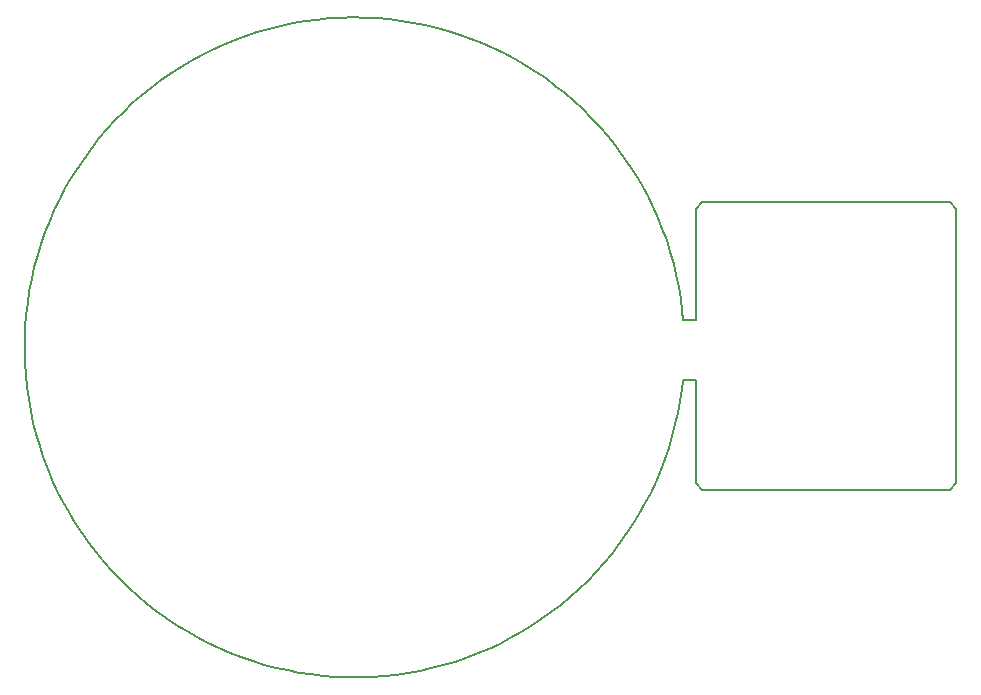
<source format=gbr>
%TF.GenerationSoftware,KiCad,Pcbnew,(6.0.8-1)-1*%
%TF.CreationDate,2022-11-22T09:59:05-05:00*%
%TF.ProjectId,encoder_driver,656e636f-6465-4725-9f64-72697665722e,rev?*%
%TF.SameCoordinates,Original*%
%TF.FileFunction,Profile,NP*%
%FSLAX46Y46*%
G04 Gerber Fmt 4.6, Leading zero omitted, Abs format (unit mm)*
G04 Created by KiCad (PCBNEW (6.0.8-1)-1) date 2022-11-22 09:59:05*
%MOMM*%
%LPD*%
G01*
G04 APERTURE LIST*
%TA.AperFunction,Profile*%
%ADD10C,0.200000*%
%TD*%
G04 APERTURE END LIST*
D10*
X155927406Y-94020411D02*
X156462838Y-93485233D01*
X127567436Y-64838580D02*
X126925070Y-64041274D01*
X134945120Y-69693399D02*
X134409688Y-70228831D01*
X80806544Y-95031814D02*
X81301844Y-95927672D01*
X133326124Y-79605632D02*
X133260592Y-78894686D01*
X86693756Y-61298582D02*
X85949282Y-62001400D01*
X134409688Y-79603854D02*
X134403846Y-79617824D01*
X96861884Y-108527850D02*
X97841308Y-108826300D01*
X86371430Y-102323900D02*
X87130636Y-103010716D01*
X131777740Y-91422728D02*
X132106924Y-90453464D01*
X132961634Y-76869290D02*
X132756656Y-75866244D01*
X131014216Y-93322394D02*
X131413504Y-92379546D01*
X115913916Y-107879388D02*
X116856510Y-107480100D01*
X94939358Y-107824270D02*
X95894144Y-108193840D01*
X91274138Y-106004868D02*
X92164916Y-106510074D01*
X99257866Y-54730396D02*
X98264472Y-54977030D01*
X79311500Y-72222614D02*
X78972156Y-73188830D01*
X82066130Y-66745866D02*
X81524348Y-67614292D01*
X79685896Y-71269860D02*
X79311500Y-72222614D01*
X80344010Y-94118176D02*
X80806544Y-95031814D01*
X132515102Y-74871580D02*
X132237226Y-73886060D01*
X133331712Y-79617824D02*
X133329172Y-79611728D01*
X134409688Y-70228831D02*
X134409688Y-79603854D01*
X133332728Y-79618332D02*
X133331712Y-79617824D01*
X77590396Y-83275932D02*
X77657452Y-84297774D01*
X121317004Y-104982264D02*
X122149870Y-104386888D01*
X77817726Y-78168754D02*
X77697330Y-79185770D01*
X129831846Y-68247006D02*
X129312924Y-67364102D01*
X93467936Y-56746394D02*
X92552266Y-57204102D01*
X133283706Y-84766912D02*
X133287008Y-84761070D01*
X131413504Y-92379546D02*
X131777740Y-91422728D01*
X121676414Y-59189620D02*
X120831356Y-58612024D01*
X90402918Y-105467658D02*
X91274138Y-106004868D01*
X122500136Y-59797696D02*
X121676414Y-59189620D01*
X133209030Y-85461348D02*
X133283706Y-84766912D01*
X93998796Y-107420156D02*
X94939358Y-107824270D01*
X111445294Y-54666388D02*
X110441232Y-54466490D01*
X87463630Y-60623450D02*
X86693756Y-61298582D01*
X83601814Y-99311968D02*
X84252308Y-100102670D01*
X104909366Y-109889036D02*
X105933240Y-109891830D01*
X113987580Y-108572808D02*
X114956844Y-108243624D01*
X134389876Y-84749132D02*
X134403846Y-84754974D01*
X78837536Y-90313764D02*
X79161640Y-91285060D01*
X96307402Y-55579010D02*
X95347028Y-55933340D01*
X130317748Y-69147690D02*
X129831846Y-68247006D01*
X97841308Y-108826300D02*
X98830892Y-109088682D01*
X78972156Y-73188830D02*
X78668626Y-74166476D01*
X119080280Y-57551320D02*
X118176548Y-57069990D01*
X126925070Y-64041274D02*
X126254256Y-63268098D01*
X131923282Y-72911462D02*
X131574032Y-71949056D01*
X132400294Y-89472516D02*
X132657596Y-88481408D01*
X81301844Y-95927672D02*
X81830164Y-96804734D01*
X114956844Y-108243624D02*
X115913916Y-107879388D01*
X101268784Y-54346602D02*
X100259896Y-54519830D01*
X117784118Y-107046522D02*
X118694962Y-106579162D01*
X77569060Y-81228946D02*
X77560932Y-82252820D01*
X84931504Y-100868480D02*
X85638132Y-101609398D01*
X125957838Y-100976176D02*
X126640844Y-100213414D01*
X93073474Y-106981752D02*
X93998796Y-107420156D01*
X91653614Y-57694830D02*
X90774012Y-58218578D01*
X106371898Y-54039008D02*
X105348024Y-54025546D01*
X108414312Y-54178200D02*
X107394502Y-54089808D01*
X98830892Y-109088682D02*
X99829366Y-109314742D01*
X120462802Y-105546398D02*
X121317004Y-104982264D01*
X130580638Y-94249748D02*
X131014216Y-93322394D01*
X85230970Y-62730888D02*
X84539836Y-63486538D01*
X155927406Y-69693399D02*
X134945120Y-69693399D01*
X125247400Y-101713284D02*
X125957838Y-100976176D01*
X89913714Y-58773822D02*
X89074498Y-59360054D01*
X132106924Y-90453464D02*
X132400294Y-89472516D01*
X129080768Y-96928686D02*
X129613406Y-96054164D01*
X133291072Y-84753450D02*
X133297676Y-84751672D01*
X77761592Y-85316060D02*
X77903324Y-86330282D01*
X133329172Y-79611728D02*
X133326124Y-79605632D01*
X98264472Y-54977030D02*
X97280222Y-55259986D01*
X80537812Y-69408294D02*
X80094836Y-70331584D01*
X90774012Y-58218578D02*
X89913714Y-58773822D01*
X129312924Y-67364102D02*
X128761998Y-66501010D01*
X128179830Y-65659000D02*
X127567436Y-64838580D01*
X78169770Y-76151994D02*
X77975460Y-77157326D01*
X118176548Y-57069990D02*
X117256052Y-56621934D01*
X84252308Y-100102670D02*
X84931504Y-100868480D01*
X85638132Y-101609398D02*
X86371430Y-102323900D01*
X77903324Y-86330282D02*
X78081886Y-87338408D01*
X132756656Y-75866244D02*
X132515102Y-74871580D01*
X85949282Y-62001400D02*
X85230970Y-62730888D01*
X88257634Y-59977274D02*
X87463630Y-60623450D01*
X89551510Y-104898952D02*
X90402918Y-105467658D01*
X102865682Y-109771180D02*
X103886508Y-109848904D01*
X92552266Y-57204102D02*
X91653614Y-57694830D01*
X79915258Y-93188536D02*
X80344010Y-94118176D01*
X116856510Y-107480100D02*
X117784118Y-107046522D01*
X102283514Y-54210204D02*
X101268784Y-54346602D01*
X113006632Y-108866178D02*
X113987580Y-108572808D01*
X103302562Y-54111144D02*
X102283514Y-54210204D01*
X81830164Y-96804734D02*
X82389726Y-97661984D01*
X133297676Y-84751672D02*
X133303772Y-84749132D01*
X78081886Y-87338408D02*
X78297532Y-88339168D01*
X77614526Y-80206088D02*
X77569060Y-81228946D01*
X131574032Y-71949056D02*
X131189730Y-71000366D01*
X83243420Y-65070482D02*
X82639408Y-65897252D01*
X112441482Y-54902862D02*
X111445294Y-54666388D01*
X80094836Y-70331584D02*
X79685896Y-71269860D01*
X78549500Y-89331546D02*
X78837536Y-90313764D01*
X124829570Y-61797946D02*
X124077730Y-61103002D01*
X113428272Y-55175404D02*
X112441482Y-54902862D01*
X134403846Y-84754974D02*
X134409688Y-84768944D01*
X88721438Y-104299512D02*
X89551510Y-104898952D01*
X133260592Y-78894686D02*
X133129528Y-77879194D01*
X81524348Y-67614292D02*
X81014570Y-68502530D01*
X89074498Y-59360054D02*
X88257634Y-59977274D01*
X133129528Y-77879194D02*
X132961634Y-76869290D01*
X101847904Y-109656372D02*
X102865682Y-109771180D01*
X131189730Y-71000366D02*
X130770630Y-70065900D01*
X133303772Y-84749132D02*
X134389876Y-84749132D01*
X133345936Y-79623920D02*
X133339586Y-79621126D01*
X127921004Y-98615754D02*
X128516380Y-97782634D01*
X116319808Y-56207914D02*
X115368578Y-55828438D01*
X106956352Y-109856778D02*
X107977686Y-109784388D01*
X126254256Y-63268098D02*
X125555248Y-62519814D01*
X133290564Y-84754466D02*
X133291072Y-84753450D01*
X87130636Y-103010716D02*
X87914480Y-103669846D01*
X105933240Y-109891830D02*
X106956352Y-109856778D01*
X117256052Y-56621934D02*
X116319808Y-56207914D01*
X112015778Y-109123226D02*
X113006632Y-108866178D01*
X118694962Y-106579162D02*
X119588280Y-106079290D01*
X82980784Y-98497898D02*
X83601814Y-99311968D01*
X133061964Y-86474554D02*
X133209030Y-85461348D01*
X133289548Y-84754974D02*
X133290564Y-84754466D01*
X108995464Y-109674914D02*
X110008670Y-109527848D01*
X134945120Y-94020411D02*
X155927406Y-94020411D01*
X110441232Y-54466490D02*
X109430312Y-54303930D01*
X77697330Y-79185770D02*
X77614526Y-80206088D01*
X120831356Y-58612024D02*
X119965470Y-58065416D01*
X94399862Y-56322722D02*
X93467936Y-56746394D01*
X109430312Y-54303930D02*
X108414312Y-54178200D01*
X133333236Y-79619094D02*
X133332728Y-79618332D01*
X132878322Y-87481664D02*
X133061964Y-86474554D01*
X132657596Y-88481408D02*
X132878322Y-87481664D01*
X134409688Y-93485233D02*
X134945120Y-94020411D01*
X78297532Y-88339168D02*
X78549500Y-89331546D01*
X95347028Y-55933340D02*
X94399862Y-56322722D01*
X78400910Y-75154790D02*
X78169770Y-76151994D01*
X132237226Y-73886060D02*
X131923282Y-72911462D01*
X82389726Y-97661984D02*
X82980784Y-98497898D01*
X122960638Y-103761286D02*
X123747784Y-103106728D01*
X134403846Y-79617824D02*
X134389876Y-79623920D01*
X100835714Y-109503972D02*
X101847904Y-109656372D01*
X83877150Y-64266826D02*
X83243420Y-65070482D01*
X79521050Y-92243656D02*
X79915258Y-93188536D01*
X110008670Y-109527848D02*
X111016034Y-109344206D01*
X81014570Y-68502530D02*
X80537812Y-69408294D01*
X77657452Y-84297774D02*
X77761592Y-85316060D01*
X107977686Y-109784388D02*
X108995464Y-109674914D01*
X84539836Y-63486538D02*
X83877150Y-64266826D01*
X119965470Y-58065416D02*
X119080280Y-57551320D01*
X97280222Y-55259986D02*
X96307402Y-55579010D01*
X104324404Y-54049422D02*
X103302562Y-54111144D01*
X87914480Y-103669846D02*
X88721438Y-104299512D01*
X92164916Y-106510074D02*
X93073474Y-106981752D01*
X95894144Y-108193840D02*
X96861884Y-108527850D01*
X99829366Y-109314742D02*
X100835714Y-109503972D01*
X111016034Y-109344206D02*
X112015778Y-109123226D01*
X128516380Y-97782634D02*
X129080768Y-96928686D01*
X114404394Y-55484014D02*
X113428272Y-55175404D01*
X78668626Y-74166476D02*
X78400910Y-75154790D01*
X125555248Y-62519814D02*
X124829570Y-61797946D01*
X128761998Y-66501010D02*
X128179830Y-65659000D01*
X133339586Y-79621126D02*
X133333236Y-79619094D01*
X130770630Y-70065900D02*
X130317748Y-69147690D01*
X79161640Y-91285060D02*
X79521050Y-92243656D01*
X107394502Y-54089808D02*
X106371898Y-54039008D01*
X134409688Y-84768944D02*
X134409688Y-93485233D01*
X156462838Y-93485233D02*
X156462838Y-70228831D01*
X122149870Y-104386888D02*
X122960638Y-103761286D01*
X77975460Y-77157326D02*
X77817726Y-78168754D01*
X123747784Y-103106728D02*
X124510292Y-102423722D01*
X119588280Y-106079290D02*
X120462802Y-105546398D01*
X127295656Y-99426522D02*
X127921004Y-98615754D01*
X126640844Y-100213414D02*
X127295656Y-99426522D01*
X124510292Y-102423722D02*
X125247400Y-101713284D01*
X133287008Y-84761070D02*
X133289548Y-84754974D01*
X123300744Y-60435744D02*
X122500136Y-59797696D01*
X156462838Y-70228831D02*
X155927406Y-69693399D01*
X130113532Y-95160846D02*
X130580638Y-94249748D01*
X115368578Y-55828438D02*
X114404394Y-55484014D01*
X82639408Y-65897252D02*
X82066130Y-66745866D01*
X134389876Y-79623920D02*
X133345936Y-79623920D01*
X100259896Y-54519830D02*
X99257866Y-54730396D01*
X103886508Y-109848904D02*
X104909366Y-109889036D01*
X124077730Y-61103002D02*
X123300744Y-60435744D01*
X77560932Y-82252820D02*
X77590396Y-83275932D01*
X105348024Y-54025546D02*
X104324404Y-54049422D01*
X129613406Y-96054164D02*
X130113532Y-95160846D01*
M02*

</source>
